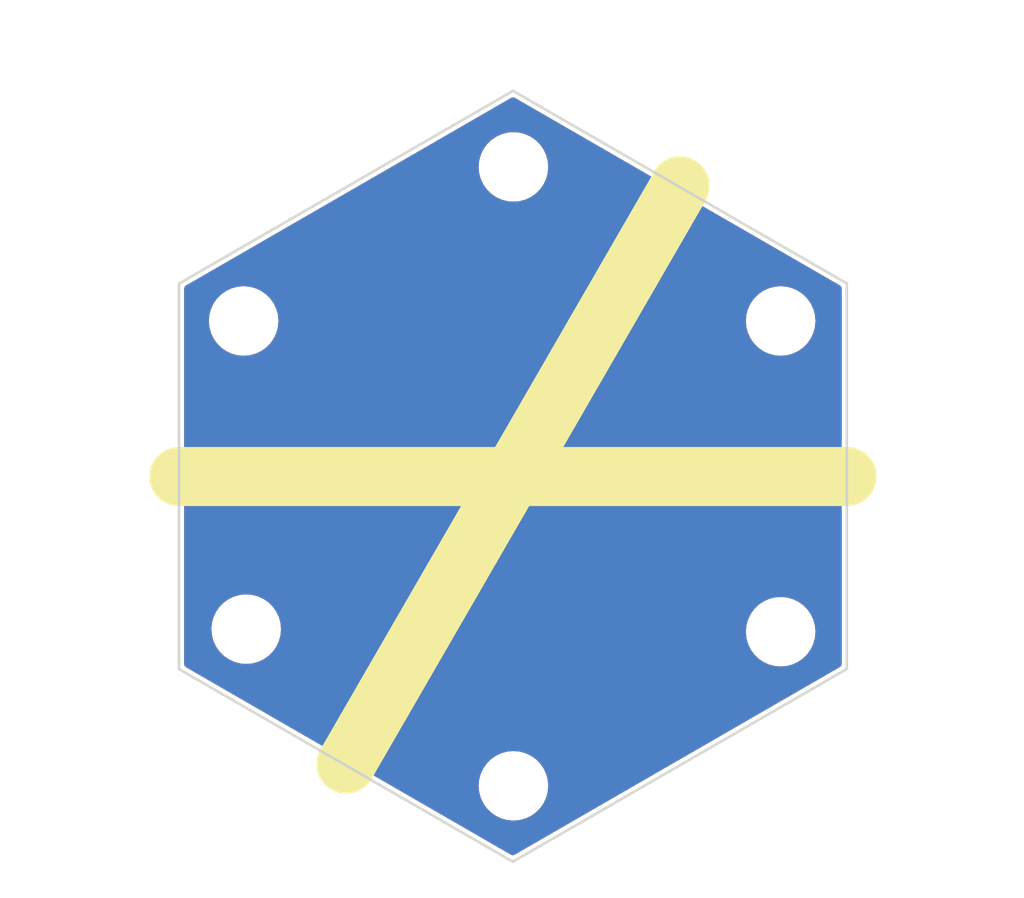
<source format=kicad_pcb>
(kicad_pcb (version 20211014) (generator pcbnew)
  (layers (0 "F.Cu" signal) (31 "B.Cu" signal) (34 "B.Paste" user) (35 "F.Paste" user) (36 "B.SilkS" user "B.Silkscreen") (37 "F.SilkS" user "F.Silkscreen") (38 "B.Mask" user) (39 "F.Mask" user) (44 "Edge.Cuts" user))
  (net 0 "")
  (footprint "MountingHole:MountingHole_2.2mm_M2" (layer "F.Cu") (at 134.2 79.444668)
    (fp_text reference "REF**" hide)
    (fp_text value "MountingHole_2.2mm_M2")
    (pad "" np_thru_hole circle (at 0 0) (size 2.2 2.2) (drill 2.2) (layers *.Cu *.Mask))
  )
  (footprint "MountingHole:MountingHole_2.2mm_M2" (layer "F.Cu") (at 123.7 85.444668)
    (fp_text reference "REF**" hide)
    (fp_text value "MountingHole_2.2mm_M2")
    (pad "" np_thru_hole circle (at 0 0) (size 2.2 2.2) (drill 2.2) (layers *.Cu *.Mask))
  )
  (footprint "MountingHole:MountingHole_2.2mm_M2" (layer "F.Cu") (at 144.6 97.544668)
    (fp_text reference "REF**" hide)
    (fp_text value "MountingHole_2.2mm_M2")
    (pad "" np_thru_hole circle (at 0 0) (size 2.2 2.2) (drill 2.2) (layers *.Cu *.Mask))
  )
  (footprint "MountingHole:MountingHole_2.2mm_M2" (layer "F.Cu") (at 123.8 97.444668)
    (fp_text reference "REF**" hide)
    (fp_text value "MountingHole_2.2mm_M2")
    (pad "" np_thru_hole circle (at 0 0) (size 2.2 2.2) (drill 2.2) (layers *.Cu *.Mask))
  )
  (footprint "MountingHole:MountingHole_2.2mm_M2" (layer "F.Cu") (at 134.2 103.544668)
    (fp_text reference "REF**" hide)
    (fp_text value "MountingHole_2.2mm_M2")
    (pad "" np_thru_hole circle (at 0 0) (size 2.2 2.2) (drill 2.2) (layers *.Cu *.Mask))
  )
  (footprint "MountingHole:MountingHole_2.2mm_M2" (layer "F.Cu") (at 144.6 85.444668)
    (fp_text reference "REF**" hide)
    (fp_text value "MountingHole_2.2mm_M2")
    (pad "" np_thru_hole circle (at 0 0) (size 2.2 2.2) (drill 2.2) (layers *.Cu *.Mask))
  )
  (gr_line (start 127.684306 102.7) (end 140.684306 80.18334) (layer "F.SilkS") (width 2.3))
  (gr_line (start 121.184306 91.5) (end 147.184306 91.5) (layer "F.SilkS") (width 2.3))
  (gr_line (start 121.184306 99) (end 134.174688 106.5) (layer "Edge.Cuts") (width 0.1))
  (gr_line (start 147.174688 83.98334) (end 134.184306 76.48334) (layer "Edge.Cuts") (width 0.1))
  (gr_line (start 147.174688 98.98334) (end 147.174688 83.98334) (layer "Edge.Cuts") (width 0.1))
  (gr_line (start 121.184306 84) (end 121.184306 99) (layer "Edge.Cuts") (width 0.1))
  (gr_line (start 134.174688 106.5) (end 147.165069 99) (layer "Edge.Cuts") (width 0.1))
  (gr_line (start 134.184306 76.48334) (end 121.193925 83.98334) (layer "Edge.Cuts") (width 0.1))
  (zone (net 0) (net_name "") (layers F&B.Cu) (connect_pads (clearance 0.2)) (min_thickness 0.254) (fill yes (thermal_gap 0.3) (thermal_bridge_width 0.508))
    (polygon (pts (xy 118.5 107.944668) (xy 151 107.944668) (xy 151 72.944668) (xy 118.5 72.944668)))
  )
)
</source>
